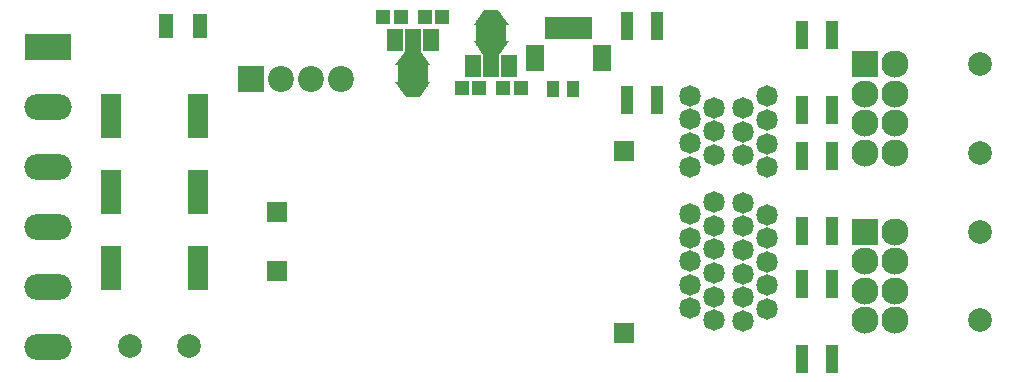
<source format=gts>
G04 #@! TF.GenerationSoftware,KiCad,Pcbnew,(2018-02-15 revision 29b28de31)-makepkg*
G04 #@! TF.CreationDate,2019-05-03T22:38:47+03:00*
G04 #@! TF.ProjectId,din_power_atm90e26,64696E5F706F7765725F61746D393065,rev?*
G04 #@! TF.SameCoordinates,Original*
G04 #@! TF.FileFunction,Soldermask,Top*
G04 #@! TF.FilePolarity,Negative*
%FSLAX46Y46*%
G04 Gerber Fmt 4.6, Leading zero omitted, Abs format (unit mm)*
G04 Created by KiCad (PCBNEW (2018-02-15 revision 29b28de31)-makepkg) date 05/03/19 22:38:47*
%MOMM*%
%LPD*%
G01*
G04 APERTURE LIST*
%ADD10R,1.000000X1.950000*%
%ADD11R,1.600000X2.200000*%
%ADD12R,1.070000X1.400000*%
%ADD13R,1.040000X2.400000*%
%ADD14C,1.822400*%
%ADD15C,2.000000*%
%ADD16C,2.200000*%
%ADD17R,2.200000X2.200000*%
%ADD18R,1.708000X1.708000*%
%ADD19R,2.300000X2.300000*%
%ADD20C,2.300000*%
%ADD21O,4.000000X2.200000*%
%ADD22R,4.000000X2.200000*%
%ADD23C,1.250000*%
%ADD24C,0.100000*%
%ADD25R,1.400000X1.900000*%
%ADD26R,1.400000X2.200000*%
%ADD27R,2.600000X2.240000*%
%ADD28C,1.400000*%
%ADD29R,1.300000X2.100000*%
%ADD30R,1.200000X1.150000*%
%ADD31R,1.670000X3.702000*%
G04 APERTURE END LIST*
D10*
X156075000Y-47575000D03*
X155075000Y-47575000D03*
X154075000Y-47575000D03*
X153075000Y-47575000D03*
D11*
X157375000Y-50100000D03*
X151775000Y-50100000D03*
D12*
X154975000Y-52775000D03*
X153225000Y-52775000D03*
D13*
X174355000Y-58450000D03*
X176895000Y-58450000D03*
X176895000Y-64750000D03*
X174355000Y-64750000D03*
X174355000Y-75575000D03*
X176895000Y-75575000D03*
X176895000Y-69275000D03*
X174355000Y-69275000D03*
X159505000Y-47400000D03*
X162045000Y-47400000D03*
X162045000Y-53700000D03*
X159505000Y-53700000D03*
X174355000Y-54500000D03*
X176895000Y-54500000D03*
X176895000Y-48200000D03*
X174355000Y-48200000D03*
D14*
X169378000Y-62367400D03*
X169378000Y-64367400D03*
X169378000Y-66367400D03*
X169378000Y-68367400D03*
X169378000Y-70367400D03*
X169378000Y-72367400D03*
X171378000Y-71367400D03*
X171378000Y-69367400D03*
X171378000Y-67367400D03*
X171378000Y-65367400D03*
X171378000Y-63367400D03*
X166878000Y-72317400D03*
X166878000Y-70317400D03*
X166878000Y-68317400D03*
X166878000Y-66317400D03*
X166878000Y-64317400D03*
X166878000Y-62317400D03*
X164878000Y-63317400D03*
X164878000Y-65317400D03*
X164878000Y-67317400D03*
X164878000Y-69317400D03*
X164878000Y-71317400D03*
X171378000Y-53367400D03*
X171378000Y-55367400D03*
X171378000Y-57367400D03*
X171378000Y-59367400D03*
X169378000Y-58367400D03*
X169378000Y-56367400D03*
X169378000Y-54367400D03*
X164878000Y-59317400D03*
X164878000Y-57317400D03*
X164878000Y-55317400D03*
X164878000Y-53317400D03*
X166878000Y-54317400D03*
X166878000Y-56317400D03*
X166878000Y-58317400D03*
D15*
X117450000Y-74500000D03*
X122450000Y-74500000D03*
D16*
X135310000Y-51850000D03*
X132770000Y-51850000D03*
X130230000Y-51850000D03*
D17*
X127690000Y-51850000D03*
D18*
X159288000Y-73389000D03*
X159288000Y-57989000D03*
X129888000Y-68189000D03*
X129888000Y-63189000D03*
D19*
X179705000Y-64823400D03*
D20*
X179705000Y-67323400D03*
X179705000Y-69823400D03*
X179705000Y-72323400D03*
X182205000Y-64823400D03*
X182205000Y-67323400D03*
X182205000Y-69823400D03*
X182205000Y-72323400D03*
D15*
X189385000Y-64823400D03*
X189385000Y-72323400D03*
X189385000Y-58150000D03*
X189385000Y-50650000D03*
D20*
X182205000Y-58150000D03*
X182205000Y-55650000D03*
X182205000Y-53150000D03*
X182205000Y-50650000D03*
X179705000Y-58150000D03*
X179705000Y-55650000D03*
X179705000Y-53150000D03*
D19*
X179705000Y-50650000D03*
D21*
X110490000Y-74574400D03*
X110490000Y-69494400D03*
X110490000Y-64414400D03*
X110490000Y-59334400D03*
X110490000Y-54254400D03*
D22*
X110490000Y-49174400D03*
D23*
X148025000Y-46658000D03*
D24*
G36*
X146539016Y-47283000D02*
X147421368Y-46033000D01*
X148628632Y-46033000D01*
X149510984Y-47283000D01*
X146539016Y-47283000D01*
X146539016Y-47283000D01*
G37*
D25*
X146525000Y-50805000D03*
D26*
X148025000Y-50658500D03*
D25*
X149525000Y-50805000D03*
D27*
X148025000Y-47991500D03*
D28*
X148025000Y-49401200D03*
D24*
G36*
X149509131Y-48701200D02*
X148529131Y-50101200D01*
X147520869Y-50101200D01*
X146540869Y-48701200D01*
X149509131Y-48701200D01*
X149509131Y-48701200D01*
G37*
D28*
X141400000Y-50023800D03*
D24*
G36*
X139915869Y-50723800D02*
X140895869Y-49323800D01*
X141904131Y-49323800D01*
X142884131Y-50723800D01*
X139915869Y-50723800D01*
X139915869Y-50723800D01*
G37*
D27*
X141400000Y-51433500D03*
D25*
X139900000Y-48620000D03*
D26*
X141400000Y-48766500D03*
D25*
X142900000Y-48620000D03*
D23*
X141400000Y-52767000D03*
D24*
G36*
X142885984Y-52142000D02*
X142003632Y-53392000D01*
X140796368Y-53392000D01*
X139914016Y-52142000D01*
X142885984Y-52142000D01*
X142885984Y-52142000D01*
G37*
D29*
X120498000Y-47367400D03*
X123398000Y-47367400D03*
D30*
X140400000Y-46600000D03*
X138900000Y-46600000D03*
X149025000Y-52675000D03*
X150525000Y-52675000D03*
X145525000Y-52675000D03*
X147025000Y-52675000D03*
X143900000Y-46600000D03*
X142400000Y-46600000D03*
D31*
X115867000Y-55021000D03*
X123233000Y-55021000D03*
X123233000Y-61498000D03*
X115867000Y-61498000D03*
X115867000Y-67900000D03*
X123233000Y-67900000D03*
M02*

</source>
